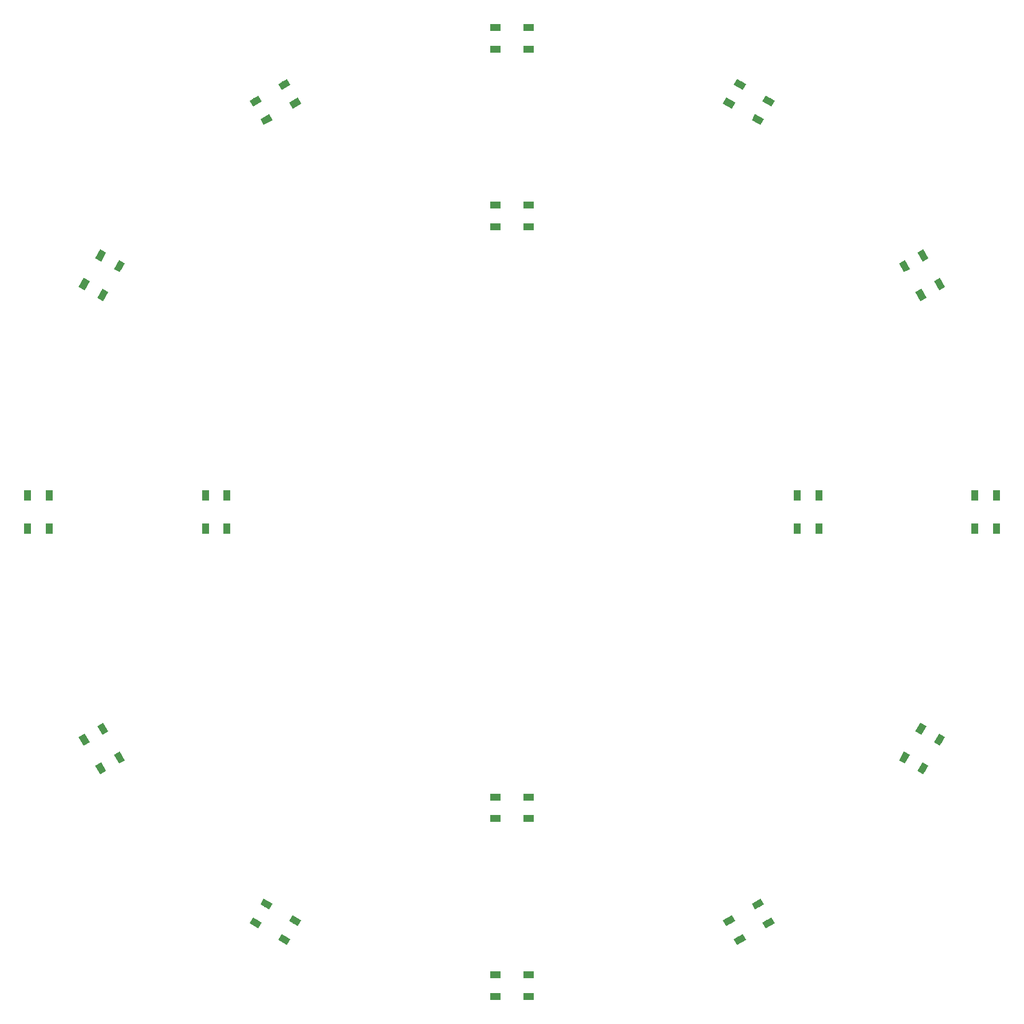
<source format=gbr>
G04 #@! TF.GenerationSoftware,KiCad,Pcbnew,(5.0.1-3-g963ef8bb5)*
G04 #@! TF.CreationDate,2019-09-11T13:55:26+02:00*
G04 #@! TF.ProjectId,crecol_v30,637265636F6C5F7633302E6B69636164,rev?*
G04 #@! TF.SameCoordinates,Original*
G04 #@! TF.FileFunction,Paste,Top*
G04 #@! TF.FilePolarity,Positive*
%FSLAX46Y46*%
G04 Gerber Fmt 4.6, Leading zero omitted, Abs format (unit mm)*
G04 Created by KiCad (PCBNEW (5.0.1-3-g963ef8bb5)) date 2019 September 11, Wednesday 13:55:26*
%MOMM*%
%LPD*%
G01*
G04 APERTURE LIST*
%ADD10R,1.500000X1.000000*%
%ADD11C,1.000000*%
%ADD12C,0.100000*%
%ADD13R,1.000000X1.500000*%
G04 APERTURE END LIST*
D10*
G04 #@! TO.C,U06*
X97550000Y-168400000D03*
X97550000Y-171600000D03*
X102450000Y-168400000D03*
X102450000Y-171600000D03*
G04 #@! TD*
D11*
G04 #@! TO.C,U05*
X137921762Y-160760641D03*
D12*
G36*
X137522243Y-161568654D02*
X137022243Y-160702628D01*
X138321281Y-159952628D01*
X138821281Y-160818654D01*
X137522243Y-161568654D01*
X137522243Y-161568654D01*
G37*
D11*
X136321762Y-157989359D03*
D12*
G36*
X135922243Y-158797372D02*
X135422243Y-157931346D01*
X136721281Y-157181346D01*
X137221281Y-158047372D01*
X135922243Y-158797372D01*
X135922243Y-158797372D01*
G37*
D11*
X133678238Y-163210641D03*
D12*
G36*
X133278719Y-164018654D02*
X132778719Y-163152628D01*
X134077757Y-162402628D01*
X134577757Y-163268654D01*
X133278719Y-164018654D01*
X133278719Y-164018654D01*
G37*
D11*
X132078238Y-160439359D03*
D12*
G36*
X131678719Y-161247372D02*
X131178719Y-160381346D01*
X132477757Y-159631346D01*
X132977757Y-160497372D01*
X131678719Y-161247372D01*
X131678719Y-161247372D01*
G37*
G04 #@! TD*
D11*
G04 #@! TO.C,U07*
X63678238Y-157989359D03*
D12*
G36*
X62778719Y-158047372D02*
X63278719Y-157181346D01*
X64577757Y-157931346D01*
X64077757Y-158797372D01*
X62778719Y-158047372D01*
X62778719Y-158047372D01*
G37*
D11*
X62078238Y-160760641D03*
D12*
G36*
X61178719Y-160818654D02*
X61678719Y-159952628D01*
X62977757Y-160702628D01*
X62477757Y-161568654D01*
X61178719Y-160818654D01*
X61178719Y-160818654D01*
G37*
D11*
X67921762Y-160439359D03*
D12*
G36*
X67022243Y-160497372D02*
X67522243Y-159631346D01*
X68821281Y-160381346D01*
X68321281Y-161247372D01*
X67022243Y-160497372D01*
X67022243Y-160497372D01*
G37*
D11*
X66321762Y-163210641D03*
D12*
G36*
X65422243Y-163268654D02*
X65922243Y-162402628D01*
X67221281Y-163152628D01*
X66721281Y-164018654D01*
X65422243Y-163268654D01*
X65422243Y-163268654D01*
G37*
G04 #@! TD*
D13*
G04 #@! TO.C,U03*
X171600000Y-97550000D03*
X168400000Y-97550000D03*
X171600000Y-102450000D03*
X168400000Y-102450000D03*
G04 #@! TD*
D11*
G04 #@! TO.C,U02*
X160439359Y-67921762D03*
D12*
G36*
X161247372Y-68321281D02*
X160381346Y-68821281D01*
X159631346Y-67522243D01*
X160497372Y-67022243D01*
X161247372Y-68321281D01*
X161247372Y-68321281D01*
G37*
D11*
X163210641Y-66321762D03*
D12*
G36*
X164018654Y-66721281D02*
X163152628Y-67221281D01*
X162402628Y-65922243D01*
X163268654Y-65422243D01*
X164018654Y-66721281D01*
X164018654Y-66721281D01*
G37*
D11*
X157989359Y-63678238D03*
D12*
G36*
X158797372Y-64077757D02*
X157931346Y-64577757D01*
X157181346Y-63278719D01*
X158047372Y-62778719D01*
X158797372Y-64077757D01*
X158797372Y-64077757D01*
G37*
D11*
X160760641Y-62078238D03*
D12*
G36*
X161568654Y-62477757D02*
X160702628Y-62977757D01*
X159952628Y-61678719D01*
X160818654Y-61178719D01*
X161568654Y-62477757D01*
X161568654Y-62477757D01*
G37*
G04 #@! TD*
D11*
G04 #@! TO.C,U01*
X133678238Y-36789359D03*
D12*
G36*
X134577757Y-36731346D02*
X134077757Y-37597372D01*
X132778719Y-36847372D01*
X133278719Y-35981346D01*
X134577757Y-36731346D01*
X134577757Y-36731346D01*
G37*
D11*
X132078238Y-39560641D03*
D12*
G36*
X132977757Y-39502628D02*
X132477757Y-40368654D01*
X131178719Y-39618654D01*
X131678719Y-38752628D01*
X132977757Y-39502628D01*
X132977757Y-39502628D01*
G37*
D11*
X137921762Y-39239359D03*
D12*
G36*
X138821281Y-39181346D02*
X138321281Y-40047372D01*
X137022243Y-39297372D01*
X137522243Y-38431346D01*
X138821281Y-39181346D01*
X138821281Y-39181346D01*
G37*
D11*
X136321762Y-42010641D03*
D12*
G36*
X137221281Y-41952628D02*
X136721281Y-42818654D01*
X135422243Y-42068654D01*
X135922243Y-41202628D01*
X137221281Y-41952628D01*
X137221281Y-41952628D01*
G37*
G04 #@! TD*
D11*
G04 #@! TO.C,U08*
X39510641Y-132078238D03*
D12*
G36*
X38702628Y-131678719D02*
X39568654Y-131178719D01*
X40318654Y-132477757D01*
X39452628Y-132977757D01*
X38702628Y-131678719D01*
X38702628Y-131678719D01*
G37*
D11*
X36739359Y-133678238D03*
D12*
G36*
X35931346Y-133278719D02*
X36797372Y-132778719D01*
X37547372Y-134077757D01*
X36681346Y-134577757D01*
X35931346Y-133278719D01*
X35931346Y-133278719D01*
G37*
D11*
X41960641Y-136321762D03*
D12*
G36*
X41152628Y-135922243D02*
X42018654Y-135422243D01*
X42768654Y-136721281D01*
X41902628Y-137221281D01*
X41152628Y-135922243D01*
X41152628Y-135922243D01*
G37*
D11*
X39189359Y-137921762D03*
D12*
G36*
X38381346Y-137522243D02*
X39247372Y-137022243D01*
X39997372Y-138321281D01*
X39131346Y-138821281D01*
X38381346Y-137522243D01*
X38381346Y-137522243D01*
G37*
G04 #@! TD*
D13*
G04 #@! TO.C,U09*
X28400000Y-102450000D03*
X31600000Y-102450000D03*
X28400000Y-97550000D03*
X31600000Y-97550000D03*
G04 #@! TD*
D11*
G04 #@! TO.C,U10*
X41960641Y-63678238D03*
D12*
G36*
X41902628Y-62778719D02*
X42768654Y-63278719D01*
X42018654Y-64577757D01*
X41152628Y-64077757D01*
X41902628Y-62778719D01*
X41902628Y-62778719D01*
G37*
D11*
X39189359Y-62078238D03*
D12*
G36*
X39131346Y-61178719D02*
X39997372Y-61678719D01*
X39247372Y-62977757D01*
X38381346Y-62477757D01*
X39131346Y-61178719D01*
X39131346Y-61178719D01*
G37*
D11*
X39510641Y-67921762D03*
D12*
G36*
X39452628Y-67022243D02*
X40318654Y-67522243D01*
X39568654Y-68821281D01*
X38702628Y-68321281D01*
X39452628Y-67022243D01*
X39452628Y-67022243D01*
G37*
D11*
X36739359Y-66321762D03*
D12*
G36*
X36681346Y-65422243D02*
X37547372Y-65922243D01*
X36797372Y-67221281D01*
X35931346Y-66721281D01*
X36681346Y-65422243D01*
X36681346Y-65422243D01*
G37*
G04 #@! TD*
D11*
G04 #@! TO.C,U11*
X62078238Y-39239359D03*
D12*
G36*
X62477757Y-38431346D02*
X62977757Y-39297372D01*
X61678719Y-40047372D01*
X61178719Y-39181346D01*
X62477757Y-38431346D01*
X62477757Y-38431346D01*
G37*
D11*
X63678238Y-42010641D03*
D12*
G36*
X64077757Y-41202628D02*
X64577757Y-42068654D01*
X63278719Y-42818654D01*
X62778719Y-41952628D01*
X64077757Y-41202628D01*
X64077757Y-41202628D01*
G37*
D11*
X66321762Y-36789359D03*
D12*
G36*
X66721281Y-35981346D02*
X67221281Y-36847372D01*
X65922243Y-37597372D01*
X65422243Y-36731346D01*
X66721281Y-35981346D01*
X66721281Y-35981346D01*
G37*
D11*
X67921762Y-39560641D03*
D12*
G36*
X68321281Y-38752628D02*
X68821281Y-39618654D01*
X67522243Y-40368654D01*
X67022243Y-39502628D01*
X68321281Y-38752628D01*
X68321281Y-38752628D01*
G37*
G04 #@! TD*
D10*
G04 #@! TO.C,U12*
X102450000Y-31600000D03*
X102450000Y-28400000D03*
X97550000Y-31600000D03*
X97550000Y-28400000D03*
G04 #@! TD*
D13*
G04 #@! TO.C,U13*
X145350000Y-97550000D03*
X142150000Y-97550000D03*
X145350000Y-102450000D03*
X142150000Y-102450000D03*
G04 #@! TD*
D10*
G04 #@! TO.C,U14*
X97550000Y-142150000D03*
X97550000Y-145350000D03*
X102450000Y-142150000D03*
X102450000Y-145350000D03*
G04 #@! TD*
D13*
G04 #@! TO.C,U15*
X54650000Y-102450000D03*
X57850000Y-102450000D03*
X54650000Y-97550000D03*
X57850000Y-97550000D03*
G04 #@! TD*
D10*
G04 #@! TO.C,U16*
X102450000Y-57850000D03*
X102450000Y-54650000D03*
X97550000Y-57850000D03*
X97550000Y-54650000D03*
G04 #@! TD*
D11*
G04 #@! TO.C,U04*
X163210641Y-133678238D03*
D12*
G36*
X163268654Y-134577757D02*
X162402628Y-134077757D01*
X163152628Y-132778719D01*
X164018654Y-133278719D01*
X163268654Y-134577757D01*
X163268654Y-134577757D01*
G37*
D11*
X160439359Y-132078238D03*
D12*
G36*
X160497372Y-132977757D02*
X159631346Y-132477757D01*
X160381346Y-131178719D01*
X161247372Y-131678719D01*
X160497372Y-132977757D01*
X160497372Y-132977757D01*
G37*
D11*
X160760641Y-137921762D03*
D12*
G36*
X160818654Y-138821281D02*
X159952628Y-138321281D01*
X160702628Y-137022243D01*
X161568654Y-137522243D01*
X160818654Y-138821281D01*
X160818654Y-138821281D01*
G37*
D11*
X157989359Y-136321762D03*
D12*
G36*
X158047372Y-137221281D02*
X157181346Y-136721281D01*
X157931346Y-135422243D01*
X158797372Y-135922243D01*
X158047372Y-137221281D01*
X158047372Y-137221281D01*
G37*
G04 #@! TD*
M02*

</source>
